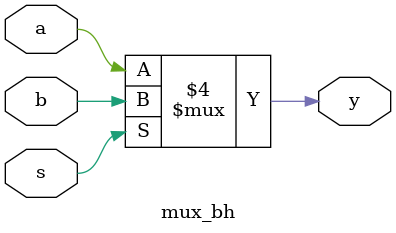
<source format=v>
module mux_bh(a, b, s, y);
	input a,b,s;
	output reg y;
	always @ ( s or a or b )
		begin 
			if ( s == 0 )
				y = a;
			else 
				y = b;
		end 
endmodule

</source>
